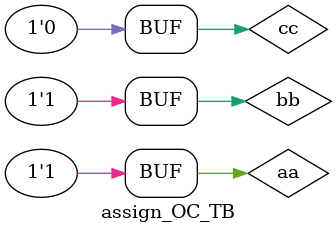
<source format=sv>
`timescale 1ns/1ns
module assign_OC_TB();
    logic aa = 0, bb = 0, cc = 0;
    wire y0_1,y0_2,y0_3, y1_1,y1_2,y1_3;
    OC_3input CUT1 (.a(aa),.b(bb),.c(cc),.y0(y0_1),.y1(y1_1));
    primitive_3input_OC CUT2 (.a(aa),.b(bb),.c(cc),.y0(y0_2),.y1(y1_2));
    assign_3input_OC CUT3 (.a(aa),.b(bb),.c(cc),.y0(y0_3),.y1(y1_3));
    initial begin
        #200 cc = 1;
        #200 bb = 1;
        #200 aa = 1;
        #200 cc = 0;
        #200;
    end
endmodule
</source>
